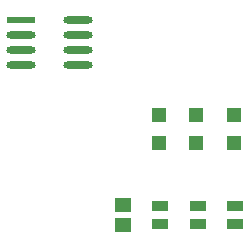
<source format=gbr>
%TF.GenerationSoftware,Altium Limited,Altium Designer,20.0.10 (225)*%
G04 Layer_Color=8421504*
%FSLAX26Y26*%
%MOIN*%
%TF.FileFunction,Paste,Top*%
%TF.Part,Single*%
G01*
G75*
%TA.AperFunction,SMDPad,CuDef*%
G04:AMPARAMS|DCode=10|XSize=97.211mil|YSize=24.493mil|CornerRadius=12.247mil|HoleSize=0mil|Usage=FLASHONLY|Rotation=0.000|XOffset=0mil|YOffset=0mil|HoleType=Round|Shape=RoundedRectangle|*
%AMROUNDEDRECTD10*
21,1,0.097211,0.000000,0,0,0.0*
21,1,0.072718,0.024493,0,0,0.0*
1,1,0.024493,0.036359,0.000000*
1,1,0.024493,-0.036359,0.000000*
1,1,0.024493,-0.036359,0.000000*
1,1,0.024493,0.036359,0.000000*
%
%ADD10ROUNDEDRECTD10*%
%ADD11R,0.097211X0.024493*%
%ADD12R,0.053150X0.037402*%
%ADD13R,0.053627X0.045581*%
%ADD14R,0.045276X0.045276*%
D10*
X3689689Y1900000D02*
D03*
Y1850000D02*
D03*
Y1800000D02*
D03*
Y1750000D02*
D03*
X3499642D02*
D03*
Y1800000D02*
D03*
Y1850000D02*
D03*
D11*
Y1900000D02*
D03*
D12*
X4215000Y1220472D02*
D03*
Y1279528D02*
D03*
X4089920Y1220472D02*
D03*
Y1279528D02*
D03*
X3964841Y1220472D02*
D03*
Y1279528D02*
D03*
D13*
X3840000Y1217434D02*
D03*
Y1282566D02*
D03*
D14*
X4211063Y1488740D02*
D03*
Y1581260D02*
D03*
X4085983Y1488740D02*
D03*
Y1581260D02*
D03*
X3960904Y1488740D02*
D03*
Y1581260D02*
D03*
%TF.MD5,992af0e838c628b7bac2dd73bacf28c2*%
M02*

</source>
